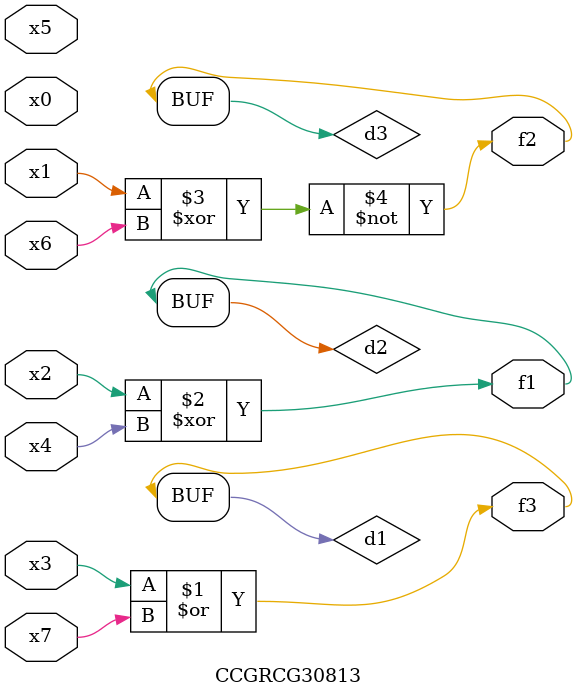
<source format=v>
module CCGRCG30813(
	input x0, x1, x2, x3, x4, x5, x6, x7,
	output f1, f2, f3
);

	wire d1, d2, d3;

	or (d1, x3, x7);
	xor (d2, x2, x4);
	xnor (d3, x1, x6);
	assign f1 = d2;
	assign f2 = d3;
	assign f3 = d1;
endmodule

</source>
